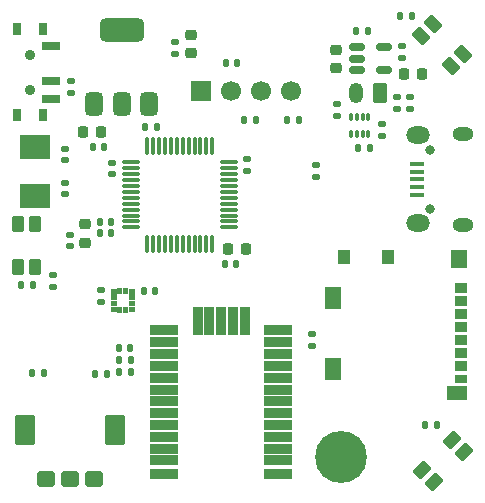
<source format=gbr>
%TF.GenerationSoftware,KiCad,Pcbnew,9.0.2*%
%TF.CreationDate,2025-09-05T22:55:57-04:00*%
%TF.ProjectId,GPSWatch,47505357-6174-4636-982e-6b696361645f,rev?*%
%TF.SameCoordinates,Original*%
%TF.FileFunction,Soldermask,Top*%
%TF.FilePolarity,Negative*%
%FSLAX46Y46*%
G04 Gerber Fmt 4.6, Leading zero omitted, Abs format (unit mm)*
G04 Created by KiCad (PCBNEW 9.0.2) date 2025-09-05 22:55:57*
%MOMM*%
%LPD*%
G01*
G04 APERTURE LIST*
G04 Aperture macros list*
%AMRoundRect*
0 Rectangle with rounded corners*
0 $1 Rounding radius*
0 $2 $3 $4 $5 $6 $7 $8 $9 X,Y pos of 4 corners*
0 Add a 4 corners polygon primitive as box body*
4,1,4,$2,$3,$4,$5,$6,$7,$8,$9,$2,$3,0*
0 Add four circle primitives for the rounded corners*
1,1,$1+$1,$2,$3*
1,1,$1+$1,$4,$5*
1,1,$1+$1,$6,$7*
1,1,$1+$1,$8,$9*
0 Add four rect primitives between the rounded corners*
20,1,$1+$1,$2,$3,$4,$5,0*
20,1,$1+$1,$4,$5,$6,$7,0*
20,1,$1+$1,$6,$7,$8,$9,0*
20,1,$1+$1,$8,$9,$2,$3,0*%
G04 Aperture macros list end*
%ADD10C,0.010000*%
%ADD11RoundRect,0.375000X0.375000X-0.625000X0.375000X0.625000X-0.375000X0.625000X-0.375000X-0.625000X0*%
%ADD12RoundRect,0.500000X1.400000X-0.500000X1.400000X0.500000X-1.400000X0.500000X-1.400000X-0.500000X0*%
%ADD13RoundRect,0.140000X-0.170000X0.140000X-0.170000X-0.140000X0.170000X-0.140000X0.170000X0.140000X0*%
%ADD14RoundRect,0.135000X-0.135000X-0.185000X0.135000X-0.185000X0.135000X0.185000X-0.135000X0.185000X0*%
%ADD15RoundRect,0.140000X-0.140000X-0.170000X0.140000X-0.170000X0.140000X0.170000X-0.140000X0.170000X0*%
%ADD16RoundRect,0.250000X-0.123744X-0.512652X0.512652X0.123744X0.123744X0.512652X-0.512652X-0.123744X0*%
%ADD17RoundRect,0.225000X0.225000X0.250000X-0.225000X0.250000X-0.225000X-0.250000X0.225000X-0.250000X0*%
%ADD18RoundRect,0.225000X0.250000X-0.225000X0.250000X0.225000X-0.250000X0.225000X-0.250000X-0.225000X0*%
%ADD19RoundRect,0.225000X-0.225000X-0.250000X0.225000X-0.250000X0.225000X0.250000X-0.225000X0.250000X0*%
%ADD20O,0.800000X0.800000*%
%ADD21R,1.300000X0.450000*%
%ADD22O,1.800000X1.150000*%
%ADD23O,2.000000X1.450000*%
%ADD24RoundRect,0.050000X0.100000X-0.285000X0.100000X0.285000X-0.100000X0.285000X-0.100000X-0.285000X0*%
%ADD25R,1.700000X1.700000*%
%ADD26C,1.700000*%
%ADD27RoundRect,0.140000X0.170000X-0.140000X0.170000X0.140000X-0.170000X0.140000X-0.170000X-0.140000X0*%
%ADD28RoundRect,0.102000X-1.075000X-0.350000X1.075000X-0.350000X1.075000X0.350000X-1.075000X0.350000X0*%
%ADD29RoundRect,0.102000X-0.350000X-1.075000X0.350000X-1.075000X0.350000X1.075000X-0.350000X1.075000X0*%
%ADD30RoundRect,0.140000X0.140000X0.170000X-0.140000X0.170000X-0.140000X-0.170000X0.140000X-0.170000X0*%
%ADD31RoundRect,0.075000X-0.662500X-0.075000X0.662500X-0.075000X0.662500X0.075000X-0.662500X0.075000X0*%
%ADD32RoundRect,0.075000X-0.075000X-0.662500X0.075000X-0.662500X0.075000X0.662500X-0.075000X0.662500X0*%
%ADD33RoundRect,0.135000X0.135000X0.185000X-0.135000X0.185000X-0.135000X-0.185000X0.135000X-0.185000X0*%
%ADD34RoundRect,0.250000X-0.275000X0.450000X-0.275000X-0.450000X0.275000X-0.450000X0.275000X0.450000X0*%
%ADD35RoundRect,0.135000X0.185000X-0.135000X0.185000X0.135000X-0.185000X0.135000X-0.185000X-0.135000X0*%
%ADD36RoundRect,0.250000X0.512652X-0.123744X-0.123744X0.512652X-0.512652X0.123744X0.123744X-0.512652X0*%
%ADD37C,4.400000*%
%ADD38R,0.800000X1.000000*%
%ADD39C,0.900000*%
%ADD40R,1.500000X0.700000*%
%ADD41RoundRect,0.135000X-0.185000X0.135000X-0.185000X-0.135000X0.185000X-0.135000X0.185000X0.135000X0*%
%ADD42RoundRect,0.195000X-0.555000X-0.455000X0.555000X-0.455000X0.555000X0.455000X-0.555000X0.455000X0*%
%ADD43RoundRect,0.255000X-0.595000X-1.045000X0.595000X-1.045000X0.595000X1.045000X-0.595000X1.045000X0*%
%ADD44RoundRect,0.150000X-0.512500X-0.150000X0.512500X-0.150000X0.512500X0.150000X-0.512500X0.150000X0*%
%ADD45R,1.100000X0.850000*%
%ADD46R,1.100000X0.750000*%
%ADD47R,1.000000X1.200000*%
%ADD48R,1.350000X1.550000*%
%ADD49R,1.350000X1.900000*%
%ADD50R,1.800000X1.170000*%
%ADD51RoundRect,0.102000X-1.200000X0.950000X-1.200000X-0.950000X1.200000X-0.950000X1.200000X0.950000X0*%
%ADD52RoundRect,0.218750X-0.256250X0.218750X-0.256250X-0.218750X0.256250X-0.218750X0.256250X0.218750X0*%
%ADD53RoundRect,0.250000X0.350000X0.625000X-0.350000X0.625000X-0.350000X-0.625000X0.350000X-0.625000X0*%
%ADD54O,1.200000X1.750000*%
G04 APERTURE END LIST*
D10*
%TO.C,U6*%
X144312500Y-116825000D02*
X143862500Y-116825000D01*
X143862500Y-116425000D01*
X144312500Y-116425000D01*
X144312500Y-116825000D01*
G36*
X144312500Y-116825000D02*
G01*
X143862500Y-116825000D01*
X143862500Y-116425000D01*
X144312500Y-116425000D01*
X144312500Y-116825000D01*
G37*
X144312500Y-117325000D02*
X143862500Y-117325000D01*
X143862500Y-116925000D01*
X144312500Y-116925000D01*
X144312500Y-117325000D01*
G36*
X144312500Y-117325000D02*
G01*
X143862500Y-117325000D01*
X143862500Y-116925000D01*
X144312500Y-116925000D01*
X144312500Y-117325000D01*
G37*
X144312500Y-117825000D02*
X143862500Y-117825000D01*
X143862500Y-117425000D01*
X144312500Y-117425000D01*
X144312500Y-117825000D01*
G36*
X144312500Y-117825000D02*
G01*
X143862500Y-117825000D01*
X143862500Y-117425000D01*
X144312500Y-117425000D01*
X144312500Y-117825000D01*
G37*
X144312500Y-118325000D02*
X143862500Y-118325000D01*
X143862500Y-117925000D01*
X144312500Y-117925000D01*
X144312500Y-118325000D01*
G36*
X144312500Y-118325000D02*
G01*
X143862500Y-118325000D01*
X143862500Y-117925000D01*
X144312500Y-117925000D01*
X144312500Y-118325000D01*
G37*
X144787500Y-116775000D02*
X144437500Y-116775000D01*
X144437500Y-116375000D01*
X144787500Y-116375000D01*
X144787500Y-116775000D01*
G36*
X144787500Y-116775000D02*
G01*
X144437500Y-116775000D01*
X144437500Y-116375000D01*
X144787500Y-116375000D01*
X144787500Y-116775000D01*
G37*
X144787500Y-118375000D02*
X144437500Y-118375000D01*
X144437500Y-117975000D01*
X144787500Y-117975000D01*
X144787500Y-118375000D01*
G36*
X144787500Y-118375000D02*
G01*
X144437500Y-118375000D01*
X144437500Y-117975000D01*
X144787500Y-117975000D01*
X144787500Y-118375000D01*
G37*
X145287500Y-116775000D02*
X144937500Y-116775000D01*
X144937500Y-116375000D01*
X145287500Y-116375000D01*
X145287500Y-116775000D01*
G36*
X145287500Y-116775000D02*
G01*
X144937500Y-116775000D01*
X144937500Y-116375000D01*
X145287500Y-116375000D01*
X145287500Y-116775000D01*
G37*
X145287500Y-118375000D02*
X144937500Y-118375000D01*
X144937500Y-117975000D01*
X145287500Y-117975000D01*
X145287500Y-118375000D01*
G36*
X145287500Y-118375000D02*
G01*
X144937500Y-118375000D01*
X144937500Y-117975000D01*
X145287500Y-117975000D01*
X145287500Y-118375000D01*
G37*
X145862500Y-116825000D02*
X145412500Y-116825000D01*
X145412500Y-116425000D01*
X145862500Y-116425000D01*
X145862500Y-116825000D01*
G36*
X145862500Y-116825000D02*
G01*
X145412500Y-116825000D01*
X145412500Y-116425000D01*
X145862500Y-116425000D01*
X145862500Y-116825000D01*
G37*
X145862500Y-117325000D02*
X145412500Y-117325000D01*
X145412500Y-116925000D01*
X145862500Y-116925000D01*
X145862500Y-117325000D01*
G36*
X145862500Y-117325000D02*
G01*
X145412500Y-117325000D01*
X145412500Y-116925000D01*
X145862500Y-116925000D01*
X145862500Y-117325000D01*
G37*
X145862500Y-117825000D02*
X145412500Y-117825000D01*
X145412500Y-117425000D01*
X145862500Y-117425000D01*
X145862500Y-117825000D01*
G36*
X145862500Y-117825000D02*
G01*
X145412500Y-117825000D01*
X145412500Y-117425000D01*
X145862500Y-117425000D01*
X145862500Y-117825000D01*
G37*
X145862500Y-118325000D02*
X145412500Y-118325000D01*
X145412500Y-117925000D01*
X145862500Y-117925000D01*
X145862500Y-118325000D01*
G36*
X145862500Y-118325000D02*
G01*
X145412500Y-118325000D01*
X145412500Y-117925000D01*
X145862500Y-117925000D01*
X145862500Y-118325000D01*
G37*
%TD*%
D11*
%TO.C,U2*%
X142500000Y-100800000D03*
X144800000Y-100800000D03*
D12*
X144800000Y-94500000D03*
D11*
X147100000Y-100800000D03*
%TD*%
D13*
%TO.C,C16*%
X160900000Y-120270000D03*
X160900000Y-121230000D03*
%TD*%
D14*
%TO.C,R15*%
X168365000Y-93325000D03*
X169385000Y-93325000D03*
%TD*%
D15*
%TO.C,C15*%
X146670000Y-116600000D03*
X147630000Y-116600000D03*
%TD*%
D13*
%TO.C,C18*%
X143037500Y-116545000D03*
X143037500Y-117505000D03*
%TD*%
D15*
%TO.C,C4*%
X153545000Y-114300000D03*
X154505000Y-114300000D03*
%TD*%
D16*
%TO.C,SW4*%
X170218091Y-131763675D03*
X172763675Y-129218091D03*
X171236325Y-132781909D03*
X173781909Y-130236325D03*
%TD*%
D14*
%TO.C,R10*%
X137190000Y-123575000D03*
X138210000Y-123575000D03*
%TD*%
D17*
%TO.C,C13*%
X143045000Y-103145000D03*
X141495000Y-103145000D03*
%TD*%
D18*
%TO.C,C10*%
X162925000Y-97750000D03*
X162925000Y-96200000D03*
%TD*%
D19*
%TO.C,C9*%
X168712500Y-98237500D03*
X170262500Y-98237500D03*
%TD*%
D15*
%TO.C,C6*%
X142945000Y-111730000D03*
X143905000Y-111730000D03*
%TD*%
%TO.C,C7*%
X142945000Y-110730000D03*
X143905000Y-110730000D03*
%TD*%
D20*
%TO.C,J1*%
X170925000Y-109650000D03*
X170925000Y-104650000D03*
D21*
X169825000Y-108450000D03*
X169825000Y-107800000D03*
X169825000Y-107150000D03*
X169825000Y-106500000D03*
X169825000Y-105850000D03*
D22*
X173675000Y-111025000D03*
D23*
X169875000Y-110875000D03*
X169875000Y-103425000D03*
D22*
X173675000Y-103275000D03*
%TD*%
D14*
%TO.C,R6*%
X164815000Y-104485000D03*
X165835000Y-104485000D03*
%TD*%
D19*
%TO.C,C5*%
X153800000Y-113025000D03*
X155350000Y-113025000D03*
%TD*%
D24*
%TO.C,U4*%
X164200000Y-103350000D03*
X164700000Y-103350000D03*
X165200000Y-103350000D03*
X165700000Y-103350000D03*
X165700000Y-101870000D03*
X165200000Y-101870000D03*
X164700000Y-101870000D03*
X164200000Y-101870000D03*
%TD*%
D25*
%TO.C,J5*%
X151515000Y-99700000D03*
D26*
X154055000Y-99700000D03*
X156595000Y-99700000D03*
X159135000Y-99700000D03*
%TD*%
D27*
%TO.C,C12*%
X149325000Y-96505000D03*
X149325000Y-95545000D03*
%TD*%
D28*
%TO.C,U5*%
X148425000Y-119950000D03*
X148425000Y-120950000D03*
X148425000Y-121950000D03*
X148425000Y-122950000D03*
X148425000Y-123950000D03*
X148425000Y-124950000D03*
X148425000Y-125950000D03*
X148425000Y-126950000D03*
X148425000Y-127950000D03*
X148425000Y-128950000D03*
X148425000Y-129950000D03*
X148425000Y-130950000D03*
X148425000Y-132100000D03*
X158025000Y-132100000D03*
X158025000Y-130950000D03*
X158025000Y-129950000D03*
X158025000Y-128950000D03*
X158025000Y-127950000D03*
X158025000Y-126950000D03*
X158025000Y-125950000D03*
X158025000Y-124950000D03*
X158025000Y-123950000D03*
X158025000Y-122950000D03*
X158025000Y-121950000D03*
X158025000Y-120950000D03*
X158025000Y-119950000D03*
D29*
X155225000Y-119150000D03*
X154225000Y-119150000D03*
X153225000Y-119150000D03*
X152225000Y-119150000D03*
X151225000Y-119150000D03*
%TD*%
D30*
%TO.C,C22*%
X145555000Y-122425000D03*
X144595000Y-122425000D03*
%TD*%
D13*
%TO.C,C1*%
X155425000Y-105470000D03*
X155425000Y-106430000D03*
%TD*%
D15*
%TO.C,C17*%
X153620000Y-97300000D03*
X154580000Y-97300000D03*
%TD*%
D31*
%TO.C,U1*%
X145562500Y-105725000D03*
X145562500Y-106225000D03*
X145562500Y-106725000D03*
X145562500Y-107225000D03*
X145562500Y-107725000D03*
X145562500Y-108225000D03*
X145562500Y-108725000D03*
X145562500Y-109225000D03*
X145562500Y-109725000D03*
X145562500Y-110225000D03*
X145562500Y-110725000D03*
X145562500Y-111225000D03*
D32*
X146975000Y-112637500D03*
X147475000Y-112637500D03*
X147975000Y-112637500D03*
X148475000Y-112637500D03*
X148975000Y-112637500D03*
X149475000Y-112637500D03*
X149975000Y-112637500D03*
X150475000Y-112637500D03*
X150975000Y-112637500D03*
X151475000Y-112637500D03*
X151975000Y-112637500D03*
X152475000Y-112637500D03*
D31*
X153887500Y-111225000D03*
X153887500Y-110725000D03*
X153887500Y-110225000D03*
X153887500Y-109725000D03*
X153887500Y-109225000D03*
X153887500Y-108725000D03*
X153887500Y-108225000D03*
X153887500Y-107725000D03*
X153887500Y-107225000D03*
X153887500Y-106725000D03*
X153887500Y-106225000D03*
X153887500Y-105725000D03*
D32*
X152475000Y-104312500D03*
X151975000Y-104312500D03*
X151475000Y-104312500D03*
X150975000Y-104312500D03*
X150475000Y-104312500D03*
X149975000Y-104312500D03*
X149475000Y-104312500D03*
X148975000Y-104312500D03*
X148475000Y-104312500D03*
X147975000Y-104312500D03*
X147475000Y-104312500D03*
X146975000Y-104312500D03*
%TD*%
D33*
%TO.C,R3*%
X165672500Y-94637500D03*
X164652500Y-94637500D03*
%TD*%
D34*
%TO.C,SW5*%
X137445000Y-110975000D03*
X137445000Y-114575000D03*
X136005000Y-110975000D03*
X136005000Y-114575000D03*
%TD*%
D14*
%TO.C,R8*%
X155165000Y-102150000D03*
X156185000Y-102150000D03*
%TD*%
D35*
%TO.C,R17*%
X161250000Y-106985000D03*
X161250000Y-105965000D03*
%TD*%
D36*
%TO.C,SW3*%
X172663675Y-97581909D03*
X170118091Y-95036325D03*
X173681909Y-96563675D03*
X171136325Y-94018091D03*
%TD*%
D14*
%TO.C,R11*%
X142515000Y-123600000D03*
X143535000Y-123600000D03*
%TD*%
D37*
%TO.C,H1*%
X163400000Y-130700000D03*
%TD*%
D33*
%TO.C,R9*%
X159785000Y-102100000D03*
X158765000Y-102100000D03*
%TD*%
D13*
%TO.C,C24*%
X139975000Y-107445000D03*
X139975000Y-108405000D03*
%TD*%
D38*
%TO.C,SW2*%
X138185000Y-94450000D03*
X135975000Y-94450000D03*
D39*
X137075000Y-96600000D03*
X137075000Y-99600000D03*
D38*
X138185000Y-101750000D03*
X135975000Y-101750000D03*
D40*
X138835000Y-95850000D03*
X138835000Y-98850000D03*
X138835000Y-100350000D03*
%TD*%
D41*
%TO.C,R5*%
X166825000Y-102475000D03*
X166825000Y-103495000D03*
%TD*%
D30*
%TO.C,C23*%
X145530000Y-121425000D03*
X144570000Y-121425000D03*
%TD*%
D41*
%TO.C,R4*%
X168512500Y-95887500D03*
X168512500Y-96907500D03*
%TD*%
D30*
%TO.C,C21*%
X145555000Y-123450000D03*
X144595000Y-123450000D03*
%TD*%
D42*
%TO.C,SW1*%
X138425000Y-132550000D03*
X140425000Y-132550000D03*
X142425000Y-132550000D03*
D43*
X144225000Y-128400000D03*
X136625000Y-128400000D03*
%TD*%
D41*
%TO.C,R1*%
X168100000Y-100215000D03*
X168100000Y-101235000D03*
%TD*%
D30*
%TO.C,C20*%
X137280000Y-116100000D03*
X136320000Y-116100000D03*
%TD*%
D27*
%TO.C,C8*%
X140450000Y-112830000D03*
X140450000Y-111870000D03*
%TD*%
D30*
%TO.C,C14*%
X143300000Y-104445000D03*
X142340000Y-104445000D03*
%TD*%
D14*
%TO.C,R16*%
X170490000Y-127925000D03*
X171510000Y-127925000D03*
%TD*%
D18*
%TO.C,C11*%
X150675000Y-96500000D03*
X150675000Y-94950000D03*
%TD*%
D27*
%TO.C,C19*%
X140000000Y-105550000D03*
X140000000Y-104590000D03*
%TD*%
D44*
%TO.C,U3*%
X164700000Y-95975000D03*
X164700000Y-96925000D03*
X164700000Y-97875000D03*
X166975000Y-97875000D03*
X166975000Y-95975000D03*
%TD*%
D41*
%TO.C,R2*%
X169175000Y-100215000D03*
X169175000Y-101235000D03*
%TD*%
D13*
%TO.C,C2*%
X143950000Y-105745000D03*
X143950000Y-106705000D03*
%TD*%
D45*
%TO.C,J4*%
X173512500Y-116370000D03*
X173512500Y-117470000D03*
X173512500Y-118570000D03*
X173512500Y-119670000D03*
X173512500Y-120770000D03*
X173512500Y-121870000D03*
X173512500Y-122970000D03*
D46*
X173512500Y-124020000D03*
D47*
X167362500Y-113735000D03*
X163662500Y-113735000D03*
D48*
X173387500Y-113910000D03*
D49*
X162687500Y-117235000D03*
X162687500Y-123205000D03*
D50*
X173162500Y-125230000D03*
%TD*%
D51*
%TO.C,Y1*%
X137450000Y-104450000D03*
X137450000Y-108550000D03*
%TD*%
D52*
%TO.C,FB1*%
X141725000Y-110962500D03*
X141725000Y-112537500D03*
%TD*%
D35*
%TO.C,R13*%
X138975000Y-116285000D03*
X138975000Y-115265000D03*
%TD*%
D41*
%TO.C,R12*%
X140475000Y-98865000D03*
X140475000Y-99885000D03*
%TD*%
D35*
%TO.C,R7*%
X163075000Y-101780000D03*
X163075000Y-100760000D03*
%TD*%
D15*
%TO.C,C3*%
X146795000Y-102750000D03*
X147755000Y-102750000D03*
%TD*%
D53*
%TO.C,J2*%
X166675000Y-99875000D03*
D54*
X164675000Y-99875000D03*
%TD*%
M02*

</source>
